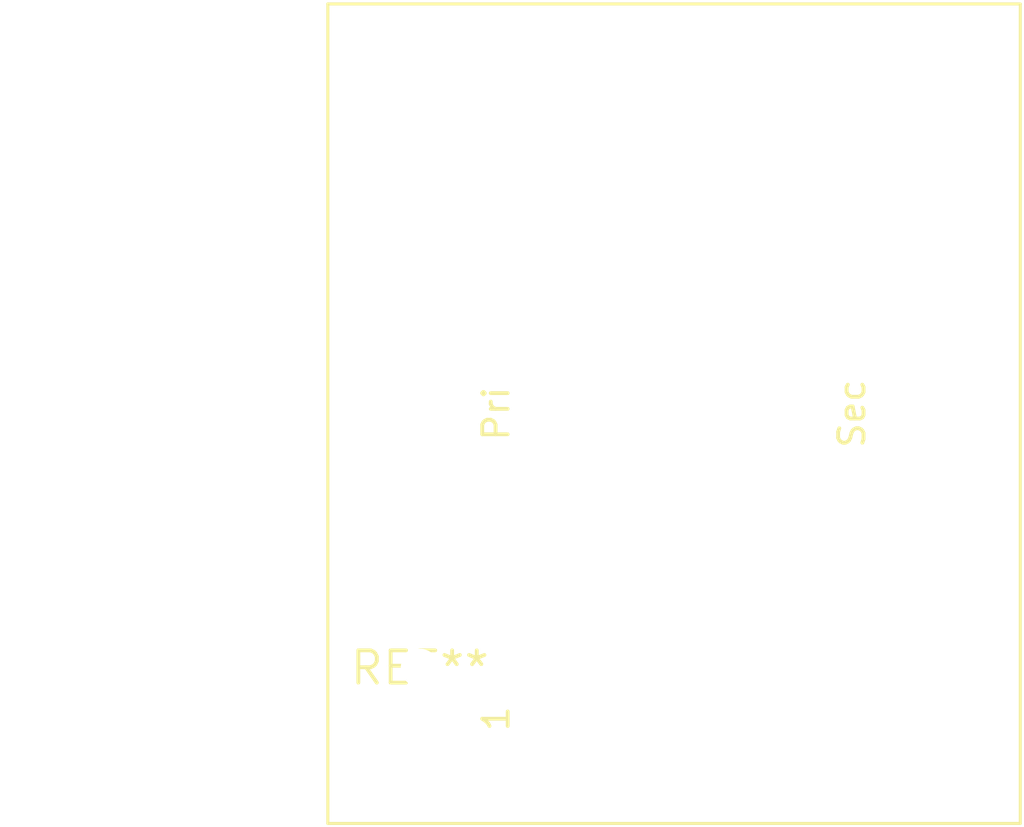
<source format=kicad_pcb>
(kicad_pcb (version 20240108) (generator pcbnew)
  (layers (0 "F.Cu" signal) (31 "B.Cu" signal) (34 "B.Paste" user) (35 "F.Paste" user) (36 "B.SilkS" user "B.Silkscreen") (37 "F.SilkS" user "F.Silkscreen") (38 "B.Mask" user) (39 "F.Mask" user) (44 "Edge.Cuts" user))
  (net 0 "")
  (footprint "Transformer_CHK_EI30-2VA_1xSec" (layer "F.Cu") (at 0 0)
    (property "Reference" "REF**")
    (property "Value" "Transformer_CHK_EI30-2VA_1xSec")
    (fp_line (start -3.62 -26.12) (end -3.62 6.12) (layer "F.SilkS") (stroke (width 0.12)))
    (fp_line (start -3.62 -26.12) (end 23.62 -26.12) (layer "F.SilkS") (stroke (width 0.12)))
    (fp_line (start 23.62 6.12) (end -3.62 6.12) (layer "F.SilkS") (stroke (width 0.12)))
    (fp_line (start 23.62 6.12) (end 23.62 -26.12) (layer "F.SilkS") (stroke (width 0.12)))
    (fp_text user "1" (at 3 2 90) (layer "F.SilkS"))
    (fp_text user "Pri" (at 3 -10 90) (layer "F.SilkS"))
    (fp_text user "Sec" (at 17 -10 90) (layer "F.SilkS"))
    (pad "1" thru_hole circle (at 0 0) (size 3 3) (drill 1.5) (layers *.Cu *.Mask) (remove_unused_layers))
    (pad "2" thru_hole circle (at 0 -5) (size 3 3) (drill 1.5) (layers *.Cu *.Mask) (remove_unused_layers))
    (pad "3" thru_hole circle (at 0 -10) (size 3 3) (drill 1.5) (layers *.Cu *.Mask) (remove_unused_layers))
    (pad "4" thru_hole circle (at 0 -15) (size 3 3) (drill 1.5) (layers *.Cu *.Mask) (remove_unused_layers))
    (pad "5" thru_hole circle (at 0 -20) (size 3 3) (drill 1.5) (layers *.Cu *.Mask) (remove_unused_layers))
    (pad "6" thru_hole circle (at 20 -20) (size 3 3) (drill 1.5) (layers *.Cu *.Mask) (remove_unused_layers))
    (pad "7" thru_hole circle (at 20 -15) (size 3 3) (drill 1.5) (layers *.Cu *.Mask) (remove_unused_layers))
    (pad "8" thru_hole circle (at 20 -10) (size 3 3) (drill 1.5) (layers *.Cu *.Mask) (remove_unused_layers))
    (pad "9" thru_hole circle (at 20 -5) (size 3 3) (drill 1.5) (layers *.Cu *.Mask) (remove_unused_layers))
    (pad "10" thru_hole circle (at 20 0) (size 3 3) (drill 1.5) (layers *.Cu *.Mask) (remove_unused_layers))
  )
)
</source>
